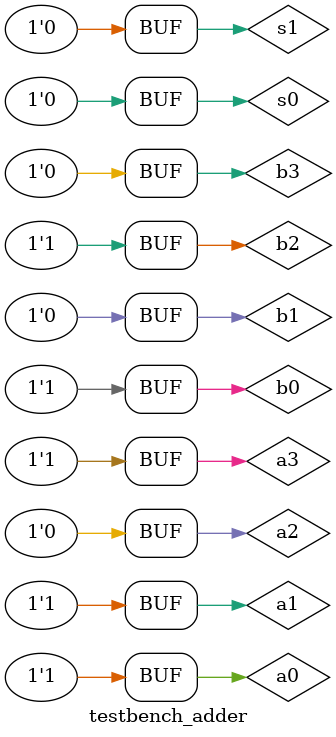
<source format=v>
`include "main_module.v"

module testbench_adder;

reg s0, s1, a0, a1, a2, a3, b0, b1, b2, b3;
wire s0_as, s1_as, s2_as, s3_as, carry_as, a_gt_b, a_eq_b, a_st_b, ab_0, ab_1, ab_2, ab_3;

main_module uut1 (
    .s0(s0), .s1(s1), .a0(a0), .a1(a1), .a2(a2), .a3(a3),
    .b0(b0), .b1(b1), .b2(b2), .b3(b3),
    .s0_as(s0_as), .s1_as(s1_as), .s2_as(s2_as), .s3_as(s3_as),
    .carry_as(carry_as), .a_gt_b(a_gt_b), .a_eq_b(a_eq_b),
    .a_st_b(a_st_b), .ab_0(ab_0), .ab_1(ab_1), .ab_2(ab_2), .ab_3(ab_3)
);

initial
    begin

    $dumpfile("adder.vcd");
    $dumpvars(0);

    s0 = 1'b0; s1 = 1'b0;

    // Demonstrating Addition

    a0 = 1'b1; a1 = 1'b0; a2 = 1'b1; a3 = 1'b0;
    b0 = 1'b1; b1 = 1'b0; b2 = 1'b0; b3 = 1'b1;
    #10
    a0 = 1'b1; a1 = 1'b0; a2 = 1'b0; a3 = 1'b1;
    b0 = 1'b0; b1 = 1'b1; b2 = 1'b1; b3 = 1'b0;
    #10
    a0 = 1'b1; a1 = 1'b1; a2 = 1'b0; a3 = 1'b0;
    b0 = 1'b0; b1 = 1'b1; b2 = 1'b0; b3 = 1'b0;
    #10
    a0 = 1'b1; a1 = 1'b1; a2 = 1'b0; a3 = 1'b1;
    b0 = 1'b1; b1 = 1'b0; b2 = 1'b1; b3 = 1'b0;
    #10 //Ignore below test case
    a0 = 1'b1; a1 = 1'b1; a2 = 1'b0; a3 = 1'b1;
    b0 = 1'b1; b1 = 1'b0; b2 = 1'b1; b3 = 1'b0;
    end
endmodule

</source>
